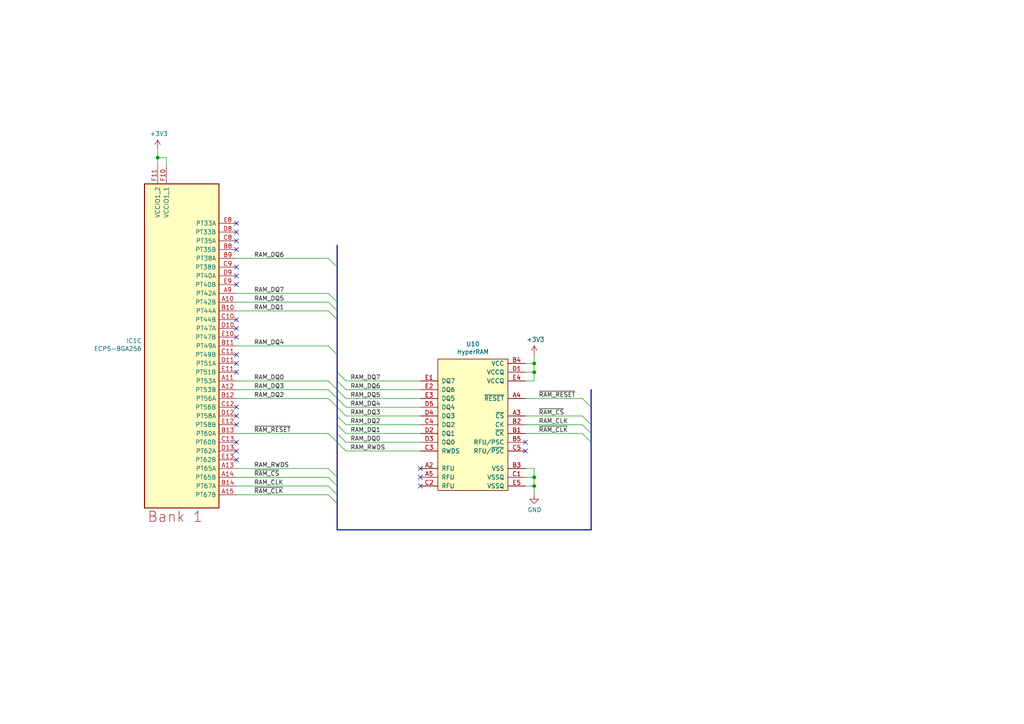
<source format=kicad_sch>
(kicad_sch (version 20211123) (generator eeschema)
  (paper "A4")
  (title_block (title "LUNA USB Multitool") (date "2023-01-11") (rev "r0.5") (company "Copyright 2019-2023 Great Scott Gadgets") (comment 1 "Licensed under the CERN-OHL-P v2"))
  (lib_symbols
    (symbol "fpgas_and_processors:ECP5-BGA256" (pin_names (offset 0.762))
      (property "Reference" "IC" (at -2.54 1.27 0))
      (property "Value" "ECP5-BGA256" (at 10.16 1.27 0))
      (symbol "ECP5-BGA256_1_0"
        (rectangle (start 5.08 0) (end 33.02 -71.12) (stroke (width 0.3048)) (fill (type background)))
      )
      (symbol "ECP5-BGA256_1_1"
        (text "FPGA Supplies" (at 19.05 -76.2 0) (effects (font (size 2.9972 2.9972))))
        (pin power_in line (at 38.1 -2.54 180) (length 5.08) (name "GND_1") (number "A1"))
        (pin power_in line (at 38.1 -5.08 180) (length 5.08) (name "GND_2") (number "A16"))
        (pin power_in line (at 38.1 -10.16 180) (length 5.08) (name "GND_4") (number "D15"))
        (pin power_in line (at 38.1 -7.62 180) (length 5.08) (name "GND_3") (number "D2"))
        (pin power_in line (at 38.1 -12.7 180) (length 5.08) (name "GND_5") (number "F8"))
        (pin power_in line (at 38.1 -15.24 180) (length 5.08) (name "GND_6") (number "F9"))
        (pin power_in line (at 38.1 -20.32 180) (length 5.08) (name "GND_8") (number "G10"))
        (pin power_in line (at 0 -66.04 0) (length 5.08) (name "VCCAUX_1") (number "G11"))
        (pin power_in line (at 0 -2.54 0) (length 5.08) (name "VCC_1") (number "G6"))
        (pin power_in line (at 0 -5.08 0) (length 5.08) (name "VCC_2") (number "G7"))
        (pin power_in line (at 38.1 -17.78 180) (length 5.08) (name "GND_7") (number "G8"))
        (pin power_in line (at 0 -7.62 0) (length 5.08) (name "VCC_3") (number "G9"))
        (pin power_in line (at 38.1 -22.86 180) (length 5.08) (name "GND_9") (number "H1"))
        (pin power_in line (at 38.1 -30.48 180) (length 5.08) (name "GND_12") (number "H10"))
        (pin power_in line (at 38.1 -33.02 180) (length 5.08) (name "GND_13") (number "H16"))
        (pin power_in line (at 38.1 -25.4 180) (length 5.08) (name "GND_10") (number "H8"))
        (pin power_in line (at 38.1 -27.94 180) (length 5.08) (name "GND_11") (number "H9"))
        (pin power_in line (at 38.1 -40.64 180) (length 5.08) (name "GND_16") (number "J10"))
        (pin power_in line (at 38.1 -35.56 180) (length 5.08) (name "GND_14") (number "J8"))
        (pin power_in line (at 38.1 -38.1 180) (length 5.08) (name "GND_15") (number "J9"))
        (pin power_in line (at 38.1 -53.34 180) (length 5.08) (name "GND_21") (number "K10"))
        (pin power_in line (at 38.1 -43.18 180) (length 5.08) (name "GND_17") (number "K6"))
        (pin power_in line (at 38.1 -45.72 180) (length 5.08) (name "GND_18") (number "K7"))
        (pin power_in line (at 38.1 -48.26 180) (length 5.08) (name "GND_19") (number "K8"))
        (pin power_in line (at 38.1 -50.8 180) (length 5.08) (name "GND_20") (number "K9"))
        (pin power_in line (at 0 -15.24 0) (length 5.08) (name "VCC_6") (number "L10"))
        (pin power_in line (at 0 -68.58 0) (length 5.08) (name "VCCAUX_2") (number "L7"))
        (pin power_in line (at 0 -10.16 0) (length 5.08) (name "VCC_4") (number "L8"))
        (pin power_in line (at 0 -12.7 0) (length 5.08) (name "VCC_5") (number "L9"))
        (pin power_in line (at 38.1 -58.42 180) (length 5.08) (name "GND_23") (number "N15"))
        (pin power_in line (at 38.1 -55.88 180) (length 5.08) (name "GND_22") (number "N2"))
        (pin power_in line (at 38.1 -60.96 180) (length 5.08) (name "GND_24") (number "T1"))
        (pin power_in line (at 38.1 -66.04 180) (length 5.08) (name "GND_26") (number "T12"))
        (pin power_in line (at 38.1 -68.58 180) (length 5.08) (name "GND_27") (number "T16"))
        (pin power_in line (at 38.1 -63.5 180) (length 5.08) (name "GND_25") (number "T5"))
      )
      (symbol "ECP5-BGA256_2_1"
        (rectangle (start 0 0) (end 19.05 -74.93) (stroke (width 0.3048)) (fill (type background)))
        (text "Bank 0" (at 10.16 -78.74 0) (effects (font (size 2.9972 2.9972))))
        (pin bidirectional line (at 24.13 -11.43 180) (length 5.08) (name "PT4A") (number "A2"))
        (pin bidirectional line (at 24.13 -16.51 180) (length 5.08) (name "PT6A") (number "A3"))
        (pin bidirectional line (at 24.13 -19.05 180) (length 5.08) (name "PT6B") (number "A4"))
        (pin bidirectional line (at 24.13 -43.18 180) (length 5.08) (name "PT18A") (number "A5"))
        (pin bidirectional line (at 24.13 -45.72 180) (length 5.08) (name "PT18B") (number "A6"))
        (pin bidirectional line (at 24.13 -68.58 180) (length 5.08) (name "PT29A") (number "A7"))
        (pin bidirectional line (at 24.13 -71.12 180) (length 5.08) (name "PT29B") (number "A8"))
        (pin bidirectional line (at 24.13 -13.97 180) (length 5.08) (name "PT4B") (number "B3"))
        (pin bidirectional line (at 24.13 -29.21 180) (length 5.08) (name "PT11B") (number "B4"))
        (pin bidirectional line (at 24.13 -39.37 180) (length 5.08) (name "PT15B") (number "B5"))
        (pin bidirectional line (at 24.13 -55.88 180) (length 5.08) (name "PT22B") (number "B6"))
        (pin bidirectional line (at 24.13 -66.04 180) (length 5.08) (name "PT27B") (number "B7"))
        (pin bidirectional line (at 24.13 -26.67 180) (length 5.08) (name "PT11A") (number "C4"))
        (pin bidirectional line (at 24.13 -36.83 180) (length 5.08) (name "PT15A") (number "C5"))
        (pin bidirectional line (at 24.13 -53.34 180) (length 5.08) (name "PT22A") (number "C6"))
        (pin bidirectional line (at 24.13 -63.5 180) (length 5.08) (name "PT27A") (number "C7"))
        (pin bidirectional line (at 24.13 -24.13 180) (length 5.08) (name "PT9B") (number "D4"))
        (pin bidirectional line (at 24.13 -34.29 180) (length 5.08) (name "PT13B") (number "D5"))
        (pin bidirectional line (at 24.13 -50.8 180) (length 5.08) (name "PT20B") (number "D6"))
        (pin bidirectional line (at 24.13 -60.96 180) (length 5.08) (name "PT24B") (number "D7"))
        (pin bidirectional line (at 24.13 -21.59 180) (length 5.08) (name "PT9A") (number "E4"))
        (pin bidirectional line (at 24.13 -31.75 180) (length 5.08) (name "PT13A") (number "E5"))
        (pin bidirectional line (at 24.13 -48.26 180) (length 5.08) (name "PT20A") (number "E6"))
        (pin bidirectional line (at 24.13 -58.42 180) (length 5.08) (name "PT24A") (number "E7"))
        (pin power_in line (at 7.62 5.08 270) (length 5.08) (name "VCCIO0_1") (number "F6"))
        (pin power_in line (at 5.08 5.08 270) (length 5.08) (name "VCCIO0_2") (number "F7"))
      )
      (symbol "ECP5-BGA256_3_0"
        (rectangle (start 0 0) (end 21.59 -93.98) (stroke (width 0.3048)) (fill (type background)))
      )
      (symbol "ECP5-BGA256_3_1"
        (text "Bank 1" (at 8.89 -96.52 0) (effects (font (size 2.9972 2.9972))))
        (pin bidirectional line (at 26.67 -34.29 180) (length 5.08) (name "PT42B") (number "A10"))
        (pin bidirectional line (at 26.67 -57.15 180) (length 5.08) (name "PT53A") (number "A11"))
        (pin bidirectional line (at 26.67 -59.69 180) (length 5.08) (name "PT53B") (number "A12"))
        (pin bidirectional line (at 26.67 -82.55 180) (length 5.08) (name "PT65A") (number "A13"))
        (pin bidirectional line (at 26.67 -85.09 180) (length 5.08) (name "PT65B") (number "A14"))
        (pin bidirectional line (at 26.67 -90.17 180) (length 5.08) (name "PT67B") (number "A15"))
        (pin bidirectional line (at 26.67 -31.75 180) (length 5.08) (name "PT42A") (number "A9"))
        (pin bidirectional line (at 26.67 -36.83 180) (length 5.08) (name "PT44A") (number "B10"))
        (pin bidirectional line (at 26.67 -46.99 180) (length 5.08) (name "PT49A") (number "B11"))
        (pin bidirectional line (at 26.67 -62.23 180) (length 5.08) (name "PT56A") (number "B12"))
        (pin bidirectional line (at 26.67 -72.39 180) (length 5.08) (name "PT60A") (number "B13"))
        (pin bidirectional line (at 26.67 -87.63 180) (length 5.08) (name "PT67A") (number "B14"))
        (pin bidirectional line (at 26.67 -19.05 180) (length 5.08) (name "PT35B") (number "B8"))
        (pin bidirectional line (at 26.67 -21.59 180) (length 5.08) (name "PT38A") (number "B9"))
        (pin bidirectional line (at 26.67 -39.37 180) (length 5.08) (name "PT44B") (number "C10"))
        (pin bidirectional line (at 26.67 -49.53 180) (length 5.08) (name "PT49B") (number "C11"))
        (pin bidirectional line (at 26.67 -64.77 180) (length 5.08) (name "PT56B") (number "C12"))
        (pin bidirectional line (at 26.67 -74.93 180) (length 5.08) (name "PT60B") (number "C13"))
        (pin bidirectional line (at 26.67 -16.51 180) (length 5.08) (name "PT35A") (number "C8"))
        (pin bidirectional line (at 26.67 -24.13 180) (length 5.08) (name "PT38B") (number "C9"))
        (pin bidirectional line (at 26.67 -41.91 180) (length 5.08) (name "PT47A") (number "D10"))
        (pin bidirectional line (at 26.67 -52.07 180) (length 5.08) (name "PT51A") (number "D11"))
        (pin bidirectional line (at 26.67 -67.31 180) (length 5.08) (name "PT58A") (number "D12"))
        (pin bidirectional line (at 26.67 -77.47 180) (length 5.08) (name "PT62A") (number "D13"))
        (pin bidirectional line (at 26.67 -13.97 180) (length 5.08) (name "PT33B") (number "D8"))
        (pin bidirectional line (at 26.67 -26.67 180) (length 5.08) (name "PT40A") (number "D9"))
        (pin bidirectional line (at 26.67 -44.45 180) (length 5.08) (name "PT47B") (number "E10"))
        (pin bidirectional line (at 26.67 -54.61 180) (length 5.08) (name "PT51B") (number "E11"))
        (pin bidirectional line (at 26.67 -69.85 180) (length 5.08) (name "PT58B") (number "E12"))
        (pin bidirectional line (at 26.67 -80.01 180) (length 5.08) (name "PT62B") (number "E13"))
        (pin bidirectional line (at 26.67 -11.43 180) (length 5.08) (name "PT33A") (number "E8"))
        (pin bidirectional line (at 26.67 -29.21 180) (length 5.08) (name "PT40B") (number "E9"))
        (pin power_in line (at 6.35 5.08 270) (length 5.08) (name "VCCIO1_1") (number "F10"))
        (pin power_in line (at 3.81 5.08 270) (length 5.08) (name "VCCIO1_2") (number "F11"))
      )
      (symbol "ECP5-BGA256_4_1"
        (rectangle (start 0 0) (end 19.05 -93.98) (stroke (width 0.3048)) (fill (type background)))
        (text "Bank 2" (at 10.16 -97.79 0) (effects (font (size 2.9972 2.9972))))
        (pin bidirectional line (at 24.13 -13.97 180) (length 5.08) (name "PR2B") (number "B15"))
        (pin bidirectional line (at 24.13 -11.43 180) (length 5.08) (name "PR2A") (number "B16"))
        (pin bidirectional line (at 24.13 -16.51 180) (length 5.08) (name "PR2C") (number "C14"))
        (pin bidirectional line (at 24.13 -24.13 180) (length 5.08) (name "PR5B") (number "C15"))
        (pin bidirectional line (at 24.13 -21.59 180) (length 5.08) (name "PR5A") (number "C16"))
        (pin bidirectional line (at 24.13 -19.05 180) (length 5.08) (name "PR2D") (number "D14"))
        (pin bidirectional line (at 24.13 -31.75 180) (length 5.08) (name "PR8A") (number "D16"))
        (pin bidirectional line (at 24.13 -26.67 180) (length 5.08) (name "PR5C") (number "E14"))
        (pin bidirectional line (at 24.13 -34.29 180) (length 5.08) (name "PR8B") (number "E15"))
        (pin bidirectional line (at 24.13 -49.53 180) (length 5.08) (name "PR11D") (number "E16"))
        (pin bidirectional line (at 24.13 -39.37 180) (length 5.08) (name "PR8D") (number "F12"))
        (pin bidirectional line (at 24.13 -36.83 180) (length 5.08) (name "PR8C") (number "F13"))
        (pin bidirectional line (at 24.13 -29.21 180) (length 5.08) (name "PR5D") (number "F14"))
        (pin bidirectional line (at 24.13 -46.99 180) (length 5.08) (name "PR11C") (number "F15"))
        (pin bidirectional line (at 24.13 -52.07 180) (length 5.08) (name "PR14A") (number "F16"))
        (pin bidirectional line (at 24.13 -41.91 180) (length 5.08) (name "PR11A") (number "G12"))
        (pin bidirectional line (at 24.13 -44.45 180) (length 5.08) (name "PR11B") (number "G13"))
        (pin bidirectional line (at 24.13 -57.15 180) (length 5.08) (name "PR14C") (number "G14"))
        (pin bidirectional line (at 24.13 -54.61 180) (length 5.08) (name "PR14B") (number "G15"))
        (pin bidirectional line (at 24.13 -72.39 180) (length 5.08) (name "PR20A") (number "G16"))
        (pin power_in line (at 3.81 5.08 270) (length 5.08) (name "VCCIO2_1") (number "H11"))
        (pin bidirectional line (at 24.13 -62.23 180) (length 5.08) (name "PR17A") (number "H12"))
        (pin bidirectional line (at 24.13 -64.77 180) (length 5.08) (name "PR17B") (number "H13"))
        (pin bidirectional line (at 24.13 -59.69 180) (length 5.08) (name "PR14D") (number "H14"))
        (pin bidirectional line (at 24.13 -74.93 180) (length 5.08) (name "PR20B") (number "H15"))
        (pin power_in line (at 6.35 5.08 270) (length 5.08) (name "VCCIO2_2") (number "J11"))
        (pin bidirectional line (at 24.13 -69.85 180) (length 5.08) (name "PR17D") (number "J12"))
        (pin bidirectional line (at 24.13 -67.31 180) (length 5.08) (name "PR17C") (number "J13"))
        (pin bidirectional line (at 24.13 -77.47 180) (length 5.08) (name "PR20C") (number "J14"))
        (pin bidirectional line (at 24.13 -85.09 180) (length 5.08) (name "PR23B") (number "J15"))
        (pin bidirectional line (at 24.13 -82.55 180) (length 5.08) (name "PR23A") (number "J16"))
        (pin bidirectional line (at 24.13 -80.01 180) (length 5.08) (name "PR20D") (number "K14"))
        (pin bidirectional line (at 24.13 -90.17 180) (length 5.08) (name "PR23D") (number "K15"))
        (pin bidirectional line (at 24.13 -87.63 180) (length 5.08) (name "PR23C") (number "K16"))
      )
      (symbol "ECP5-BGA256_5_0"
        (rectangle (start 0 0) (end 20.32 -91.44) (stroke (width 0.3048)) (fill (type background)))
      )
      (symbol "ECP5-BGA256_5_1"
        (text "Bank 3" (at 15.24 -96.52 0) (effects (font (size 2.9972 2.9972))))
        (pin power_in line (at 3.81 5.08 270) (length 5.08) (name "VCCIO3_1") (number "K11"))
        (pin bidirectional line (at 25.4 -22.86 180) (length 5.08) (name "PR29B") (number "K12"))
        (pin bidirectional line (at 25.4 -20.32 180) (length 5.08) (name "PR29A") (number "K13"))
        (pin power_in line (at 6.35 5.08 270) (length 5.08) (name "VCCIO3_2") (number "L11"))
        (pin bidirectional line (at 25.4 -27.94 180) (length 5.08) (name "PR29D") (number "L12"))
        (pin bidirectional line (at 25.4 -25.4 180) (length 5.08) (name "PR29C") (number "L13"))
        (pin bidirectional line (at 25.4 -35.56 180) (length 5.08) (name "PR32C") (number "L14"))
        (pin bidirectional line (at 25.4 -12.7 180) (length 5.08) (name "PR26B") (number "L15"))
        (pin bidirectional line (at 25.4 -10.16 180) (length 5.08) (name "PR26A") (number "L16"))
        (pin bidirectional line (at 25.4 -81.28 180) (length 5.08) (name "PR47A") (number "M11"))
        (pin bidirectional line (at 25.4 -76.2 180) (length 5.08) (name "PR44C") (number "M12"))
        (pin bidirectional line (at 25.4 -45.72 180) (length 5.08) (name "PR35C") (number "M13"))
        (pin bidirectional line (at 25.4 -38.1 180) (length 5.08) (name "PR32D") (number "M14"))
        (pin bidirectional line (at 25.4 -17.78 180) (length 5.08) (name "PR26D") (number "M15"))
        (pin bidirectional line (at 25.4 -15.24 180) (length 5.08) (name "PR26C") (number "M16"))
        (pin bidirectional line (at 25.4 -83.82 180) (length 5.08) (name "PR47B") (number "N11"))
        (pin bidirectional line (at 25.4 -78.74 180) (length 5.08) (name "PR44D") (number "N12"))
        (pin bidirectional line (at 25.4 -50.8 180) (length 5.08) (name "PR38A") (number "N13"))
        (pin bidirectional line (at 25.4 -48.26 180) (length 5.08) (name "PR35D") (number "N14"))
        (pin bidirectional line (at 25.4 -30.48 180) (length 5.08) (name "PR32A") (number "N16"))
        (pin bidirectional line (at 25.4 -86.36 180) (length 5.08) (name "PR47C") (number "P11"))
        (pin bidirectional line (at 25.4 -88.9 180) (length 5.08) (name "PR47D") (number "P12"))
        (pin bidirectional line (at 25.4 -60.96 180) (length 5.08) (name "PR41A") (number "P13"))
        (pin bidirectional line (at 25.4 -53.34 180) (length 5.08) (name "PR38B") (number "P14"))
        (pin bidirectional line (at 25.4 -33.02 180) (length 5.08) (name "PR32B") (number "P15"))
        (pin bidirectional line (at 25.4 -40.64 180) (length 5.08) (name "PR35A") (number "P16"))
        (pin bidirectional line (at 25.4 -71.12 180) (length 5.08) (name "PR44A") (number "R12"))
        (pin bidirectional line (at 25.4 -66.04 180) (length 5.08) (name "PR41C") (number "R13"))
        (pin bidirectional line (at 25.4 -63.5 180) (length 5.08) (name "PR41B") (number "R14"))
        (pin bidirectional line (at 25.4 -55.88 180) (length 5.08) (name "PR38C") (number "R15"))
        (pin bidirectional line (at 25.4 -43.18 180) (length 5.08) (name "PR35B") (number "R16"))
        (pin bidirectional line (at 25.4 -73.66 180) (length 5.08) (name "PR44B") (number "T13"))
        (pin bidirectional line (at 25.4 -68.58 180) (length 5.08) (name "PR41D") (number "T14"))
        (pin bidirectional line (at 25.4 -58.42 180) (length 5.08) (name "PR38D") (number "T15"))
      )
      (symbol "ECP5-BGA256_6_1"
        (rectangle (start 0 0) (end 19.05 -106.68) (stroke (width 0.3048)) (fill (type background)))
        (text "Bank 6" (at 11.43 -110.49 0) (effects (font (size 2.9972 2.9972))))
        (pin power_in line (at 3.81 5.08 270) (length 5.08) (name "VCCIO6_1") (number "J6"))
        (pin power_in line (at 6.35 5.08 270) (length 5.08) (name "VCCIO6_2") (number "J7"))
        (pin bidirectional line (at 24.13 -25.4 180) (length 5.08) (name "PL29A") (number "K4"))
        (pin bidirectional line (at 24.13 -27.94 180) (length 5.08) (name "PL29B") (number "K5"))
        (pin bidirectional line (at 24.13 -13.97 180) (length 5.08) (name "PL26A") (number "L1"))
        (pin bidirectional line (at 24.13 -16.51 180) (length 5.08) (name "PL26B") (number "L2"))
        (pin bidirectional line (at 24.13 -41.91 180) (length 5.08) (name "PL32C") (number "L3"))
        (pin bidirectional line (at 24.13 -30.48 180) (length 5.08) (name "PL29C") (number "L4"))
        (pin bidirectional line (at 24.13 -33.02 180) (length 5.08) (name "PL29D") (number "L5"))
        (pin bidirectional line (at 24.13 -19.05 180) (length 5.08) (name "PL26C") (number "M1"))
        (pin bidirectional line (at 24.13 -21.59 180) (length 5.08) (name "PL26D") (number "M2"))
        (pin bidirectional line (at 24.13 -44.45 180) (length 5.08) (name "PL32D") (number "M3"))
        (pin bidirectional line (at 24.13 -53.34 180) (length 5.08) (name "PL35C") (number "M4"))
        (pin bidirectional line (at 24.13 -78.74 180) (length 5.08) (name "PL44C") (number "M5"))
        (pin bidirectional line (at 24.13 -96.52 180) (length 5.08) (name "PL47A") (number "M6"))
        (pin bidirectional line (at 24.13 -36.83 180) (length 5.08) (name "PL32A") (number "N1"))
        (pin bidirectional line (at 24.13 -55.88 180) (length 5.08) (name "PL35D") (number "N3"))
        (pin bidirectional line (at 24.13 -60.96 180) (length 5.08) (name "PL38A") (number "N4"))
        (pin bidirectional line (at 24.13 -81.28 180) (length 5.08) (name "PL44D") (number "N5"))
        (pin bidirectional line (at 24.13 -99.06 180) (length 5.08) (name "PL47B") (number "N6"))
        (pin bidirectional line (at 24.13 -48.26 180) (length 5.08) (name "PL35A") (number "P1"))
        (pin bidirectional line (at 24.13 -39.37 180) (length 5.08) (name "PL32B") (number "P2"))
        (pin bidirectional line (at 24.13 -63.5 180) (length 5.08) (name "PL38B") (number "P3"))
        (pin bidirectional line (at 24.13 -85.09 180) (length 5.08) (name "PL41A") (number "P4"))
        (pin bidirectional line (at 24.13 -101.6 180) (length 5.08) (name "PL47D") (number "P5"))
        (pin bidirectional line (at 24.13 -104.14 180) (length 5.08) (name "PL47C") (number "P6"))
        (pin bidirectional line (at 24.13 -50.8 180) (length 5.08) (name "PL35B") (number "R1"))
        (pin bidirectional line (at 24.13 -66.04 180) (length 5.08) (name "PL38C") (number "R2"))
        (pin bidirectional line (at 24.13 -87.63 180) (length 5.08) (name "PL41B") (number "R3"))
        (pin bidirectional line (at 24.13 -90.17 180) (length 5.08) (name "PL41C") (number "R4"))
        (pin bidirectional line (at 24.13 -73.66 180) (length 5.08) (name "PL44A") (number "R5"))
        (pin bidirectional line (at 24.13 -68.58 180) (length 5.08) (name "PL38D") (number "T2"))
        (pin bidirectional line (at 24.13 -92.71 180) (length 5.08) (name "PL41D") (number "T3"))
        (pin bidirectional line (at 24.13 -76.2 180) (length 5.08) (name "PL44B") (number "T4"))
      )
      (symbol "ECP5-BGA256_7_1"
        (rectangle (start 0 0) (end 20.32 -109.22) (stroke (width 0.3048)) (fill (type background)))
        (text "Bank 7" (at 12.7 -113.03 0) (effects (font (size 2.9972 2.9972))))
        (pin bidirectional line (at 25.4 -10.16 180) (length 5.08) (name "PL2A") (number "B1"))
        (pin bidirectional line (at 25.4 -12.7 180) (length 5.08) (name "PL2B") (number "B2"))
        (pin bidirectional line (at 25.4 -22.86 180) (length 5.08) (name "PL5A") (number "C1"))
        (pin bidirectional line (at 25.4 -25.4 180) (length 5.08) (name "PL5B") (number "C2"))
        (pin bidirectional line (at 25.4 -15.24 180) (length 5.08) (name "PL2C") (number "C3"))
        (pin bidirectional line (at 25.4 -35.56 180) (length 5.08) (name "PL8A") (number "D1"))
        (pin bidirectional line (at 25.4 -17.78 180) (length 5.08) (name "PL2D") (number "D3"))
        (pin bidirectional line (at 25.4 -54.61 180) (length 5.08) (name "PL11D") (number "E1"))
        (pin bidirectional line (at 25.4 -38.1 180) (length 5.08) (name "PL8B") (number "E2"))
        (pin bidirectional line (at 25.4 -27.94 180) (length 5.08) (name "PL5C") (number "E3"))
        (pin bidirectional line (at 25.4 -59.69 180) (length 5.08) (name "PL14A") (number "F1"))
        (pin bidirectional line (at 25.4 -52.07 180) (length 5.08) (name "PL11C") (number "F2"))
        (pin bidirectional line (at 25.4 -30.48 180) (length 5.08) (name "PL5D") (number "F3"))
        (pin bidirectional line (at 25.4 -40.64 180) (length 5.08) (name "PL8C") (number "F4"))
        (pin bidirectional line (at 25.4 -43.18 180) (length 5.08) (name "PL8D") (number "F5"))
        (pin bidirectional line (at 25.4 -82.55 180) (length 5.08) (name "PL20A") (number "G1"))
        (pin bidirectional line (at 25.4 -62.23 180) (length 5.08) (name "PL14B") (number "G2"))
        (pin bidirectional line (at 25.4 -64.77 180) (length 5.08) (name "PL14C") (number "G3"))
        (pin bidirectional line (at 25.4 -49.53 180) (length 5.08) (name "PL11B") (number "G4"))
        (pin bidirectional line (at 25.4 -46.99 180) (length 5.08) (name "PL11A") (number "G5"))
        (pin bidirectional line (at 25.4 -85.09 180) (length 5.08) (name "PL20B") (number "H2"))
        (pin bidirectional line (at 25.4 -67.31 180) (length 5.08) (name "PL14D") (number "H3"))
        (pin bidirectional line (at 25.4 -73.66 180) (length 5.08) (name "PL17B") (number "H4"))
        (pin bidirectional line (at 25.4 -71.12 180) (length 5.08) (name "PL17A") (number "H5"))
        (pin power_in line (at 7.62 5.08 270) (length 5.08) (name "VCCIO7_1") (number "H6"))
        (pin power_in line (at 5.08 5.08 270) (length 5.08) (name "VCCIO7_2") (number "H7"))
        (pin bidirectional line (at 25.4 -95.25 180) (length 5.08) (name "PL23A") (number "J1"))
        (pin bidirectional line (at 25.4 -97.79 180) (length 5.08) (name "PL23B") (number "J2"))
        (pin bidirectional line (at 25.4 -87.63 180) (length 5.08) (name "PL20C") (number "J3"))
        (pin bidirectional line (at 25.4 -76.2 180) (length 5.08) (name "PL17C") (number "J4"))
        (pin bidirectional line (at 25.4 -78.74 180) (length 5.08) (name "PL17D") (number "J5"))
        (pin bidirectional line (at 25.4 -100.33 180) (length 5.08) (name "PL23C") (number "K1"))
        (pin bidirectional line (at 25.4 -102.87 180) (length 5.08) (name "PL23D") (number "K2"))
        (pin bidirectional line (at 25.4 -90.17 180) (length 5.08) (name "PL20D") (number "K3"))
      )
      (symbol "ECP5-BGA256_8_0"
        (text "(Config)" (at 13.97 -97.79 0) (effects (font (size 2.9972 2.9972))))
        (text "Bank 8" (at 13.97 -92.71 0) (effects (font (size 2.9972 2.9972))))
      )
      (symbol "ECP5-BGA256_8_1"
        (rectangle (start 0 0) (end 21.59 -88.9) (stroke (width 0.3048)) (fill (type background)))
        (pin power_in line (at 5.08 5.08 270) (length 5.08) (name "VCCIO8") (number "L6"))
        (pin output line (at 26.67 -57.15 180) (length 5.08) (name "TDO") (number "M10"))
        (pin bidirectional line (at 26.67 -24.13 180) (length 5.08) (name "D2/PB9B") (number "M7"))
        (pin bidirectional line (at 26.67 -39.37 180) (length 5.08) (name "DOUT/CSON/PB15B") (number "M8"))
        (pin bidirectional line (at 26.67 -41.91 180) (length 5.08) (name "WRITEEN/PB18A") (number "M9"))
        (pin input line (at 26.67 -68.58 180) (length 5.08) (name "CFG_0") (number "N10"))
        (pin bidirectional line (at 26.67 -21.59 180) (length 5.08) (name "D3/PB9A") (number "N7"))
        (pin bidirectional line (at 26.67 -36.83 180) (length 5.08) (name "HOLDN/DI/PB15A") (number "N8"))
        (pin bidirectional line (at 26.67 -63.5 180) (length 5.08) (name "MCLK/SCLK/CCLK") (number "N9"))
        (pin input line (at 26.67 -71.12 180) (length 5.08) (name "CFG_1") (number "P10"))
        (pin bidirectional line (at 26.67 -19.05 180) (length 5.08) (name "D4/COPI2/PB6B") (number "P7"))
        (pin bidirectional line (at 26.67 -34.29 180) (length 5.08) (name "CS1N/PB13B") (number "P8"))
        (pin bidirectional line (at 26.67 -80.01 180) (length 5.08) (name "DONE") (number "P9"))
        (pin input line (at 26.67 -73.66 180) (length 5.08) (name "CFG_2") (number "R10"))
        (pin input line (at 26.67 -54.61 180) (length 5.08) (name "TDI") (number "R11"))
        (pin bidirectional line (at 26.67 -13.97 180) (length 5.08) (name "D6/PB4B") (number "R6"))
        (pin bidirectional line (at 26.67 -16.51 180) (length 5.08) (name "D5/CIPO2/PB6A") (number "R7"))
        (pin bidirectional line (at 26.67 -31.75 180) (length 5.08) (name "SN/CSN/PB13A") (number "R8"))
        (pin bidirectional line (at 26.67 -85.09 180) (length 5.08) (name "PROGRAMN") (number "R9"))
        (pin input line (at 26.67 -52.07 180) (length 5.08) (name "TCK") (number "T10"))
        (pin input line (at 26.67 -49.53 180) (length 5.08) (name "TMS") (number "T11"))
        (pin bidirectional line (at 26.67 -11.43 180) (length 5.08) (name "D7/PB4A") (number "T6"))
        (pin bidirectional line (at 26.67 -26.67 180) (length 5.08) (name "D1/COPI/PB11A") (number "T7"))
        (pin bidirectional line (at 26.67 -29.21 180) (length 5.08) (name "D0/COPI/PB11B") (number "T8"))
        (pin bidirectional line (at 26.67 -82.55 180) (length 5.08) (name "INITN") (number "T9"))
      )
    )
    (symbol "power:+3V3" (power) (pin_names (offset 0))
      (property "Value" "+3V3" (at 0 3.556 0))
      (symbol "+3V3_0_1"
        (polyline (pts (xy -0.762 1.27) (xy 0 2.54)))
        (polyline (pts (xy 0 0) (xy 0 2.54)))
        (polyline (pts (xy 0 2.54) (xy 0.762 1.27)))
      )
      (symbol "+3V3_1_1"
        (pin power_in line (at 0 0 90) (length 0) hide (name "+3V3") (number "1"))
      )
    )
    (symbol "power:GND" (power) (pin_names (offset 0))
      (property "Value" "GND" (at 0 -3.81 0))
      (symbol "GND_0_1"
        (polyline (pts (xy 0 0) (xy 0 -1.27) (xy 1.27 -1.27) (xy 0 -2.54) (xy -1.27 -1.27) (xy 0 -1.27)))
      )
      (symbol "GND_1_1"
        (pin power_in line (at 0 0 270) (length 0) hide (name "GND") (number "1"))
      )
    )
    (symbol "support_hardware:S27KS0641" (pin_names (offset 1.016))
      (property "Reference" "U" (at 0 20.32 0))
      (property "Value" "S27KS0641" (at 0 -20.32 0))
      (symbol "S27KS0641_0_1"
        (rectangle (start -10.16 19.05) (end 10.16 -19.05) (stroke (width 0.2032)) (fill (type background)))
      )
      (symbol "S27KS0641_1_1"
        (pin passive line (at 15.24 -12.7 180) (length 5.08) (name "RFU") (number "A2"))
        (pin input line (at -15.24 2.54 0) (length 5.08) (name "~{CS}") (number "A3"))
        (pin input line (at -15.24 7.62 0) (length 5.08) (name "~{RESET}") (number "A4"))
        (pin passive line (at 15.24 -15.24 180) (length 5.08) (name "RFU") (number "A5"))
        (pin input line (at -15.24 -2.54 0) (length 5.08) (name "~{CK}") (number "B1"))
        (pin input line (at -15.24 0 0) (length 5.08) (name "CK") (number "B2"))
        (pin power_in line (at -15.24 -12.7 0) (length 5.08) (name "VSS") (number "B3"))
        (pin power_in line (at -15.24 17.78 0) (length 5.08) (name "VCC") (number "B4"))
        (pin input line (at -15.24 -5.08 0) (length 5.08) (name "RFU/PSC") (number "B5"))
        (pin power_in line (at -15.24 -15.24 0) (length 5.08) (name "VSSQ") (number "C1"))
        (pin passive line (at 15.24 -17.78 180) (length 5.08) (name "RFU") (number "C2"))
        (pin bidirectional line (at 15.24 -7.62 180) (length 5.08) (name "RWDS") (number "C3"))
        (pin bidirectional line (at 15.24 0 180) (length 5.08) (name "DQ2") (number "C4"))
        (pin input line (at -15.24 -7.62 0) (length 5.08) (name "RFU/~{PSC}") (number "C5"))
        (pin power_in line (at -15.24 15.24 0) (length 5.08) (name "VCCQ") (number "D1"))
        (pin bidirectional line (at 15.24 -2.54 180) (length 5.08) (name "DQ1") (number "D2"))
        (pin bidirectional line (at 15.24 -5.08 180) (length 5.08) (name "DQ0") (number "D3"))
        (pin bidirectional line (at 15.24 2.54 180) (length 5.08) (name "DQ3") (number "D4"))
        (pin bidirectional line (at 15.24 5.08 180) (length 5.08) (name "DQ4") (number "D5"))
        (pin bidirectional line (at 15.24 12.7 180) (length 5.08) (name "DQ7") (number "E1"))
        (pin bidirectional line (at 15.24 10.16 180) (length 5.08) (name "DQ6") (number "E2"))
        (pin bidirectional line (at 15.24 7.62 180) (length 5.08) (name "DQ5") (number "E3"))
        (pin power_in line (at -15.24 12.7 0) (length 5.08) (name "VCCQ") (number "E4"))
        (pin power_in line (at -15.24 -17.78 0) (length 5.08) (name "VSSQ") (number "E5"))
      )
    )
  )
  (junction (at 154.94 138.43))
  (junction (at 154.94 140.97))
  (junction (at 45.72 45.72))
  (junction (at 154.94 105.41))
  (junction (at 154.94 107.95))
  (no_connect (at 68.58 123.19))
  (no_connect (at 68.58 77.47))
  (no_connect (at 68.58 130.81))
  (no_connect (at 152.4 128.27))
  (no_connect (at 68.58 72.39))
  (no_connect (at 152.4 130.81))
  (no_connect (at 68.58 133.35))
  (no_connect (at 68.58 97.79))
  (no_connect (at 68.58 80.01))
  (no_connect (at 68.58 69.85))
  (no_connect (at 68.58 102.87))
  (no_connect (at 68.58 82.55))
  (no_connect (at 68.58 64.77))
  (no_connect (at 68.58 95.25))
  (no_connect (at 68.58 107.95))
  (no_connect (at 121.92 140.97))
  (no_connect (at 68.58 105.41))
  (no_connect (at 68.58 128.27))
  (no_connect (at 68.58 118.11))
  (no_connect (at 68.58 67.31))
  (no_connect (at 68.58 92.71))
  (no_connect (at 121.92 135.89))
  (no_connect (at 68.58 120.65))
  (no_connect (at 121.92 138.43))
  (bus_entry (at 95.25 140.97) (size 2.54 2.54))
  (bus_entry (at 97.79 118.11) (size 2.54 2.54))
  (bus_entry (at 97.79 107.95) (size 2.54 2.54))
  (bus_entry (at 95.25 74.93) (size 2.54 2.54))
  (bus_entry (at 168.91 115.57) (size 2.54 2.54))
  (bus_entry (at 97.79 110.49) (size 2.54 2.54))
  (bus_entry (at 95.25 113.03) (size 2.54 2.54))
  (bus_entry (at 97.79 123.19) (size 2.54 2.54))
  (bus_entry (at 95.25 90.17) (size 2.54 2.54))
  (bus_entry (at 95.25 138.43) (size 2.54 2.54))
  (bus_entry (at 97.79 125.73) (size 2.54 2.54))
  (bus_entry (at 97.79 120.65) (size 2.54 2.54))
  (bus_entry (at 95.25 135.89) (size 2.54 2.54))
  (bus_entry (at 97.79 128.27) (size 2.54 2.54))
  (bus_entry (at 168.91 120.65) (size 2.54 2.54))
  (bus_entry (at 95.25 143.51) (size 2.54 2.54))
  (bus_entry (at 95.25 87.63) (size 2.54 2.54))
  (bus_entry (at 95.25 110.49) (size 2.54 2.54))
  (bus_entry (at 97.79 115.57) (size 2.54 2.54))
  (bus_entry (at 95.25 125.73) (size 2.54 2.54))
  (bus_entry (at 95.25 115.57) (size 2.54 2.54))
  (bus_entry (at 168.91 123.19) (size 2.54 2.54))
  (bus_entry (at 95.25 85.09) (size 2.54 2.54))
  (bus_entry (at 95.25 100.33) (size 2.54 2.54))
  (bus_entry (at 97.79 113.03) (size 2.54 2.54))
  (bus_entry (at 168.91 125.73) (size 2.54 2.54))
  (wire (pts (xy 68.58 135.89) (xy 95.25 135.89)))
  (bus (pts (xy 97.79 120.65) (xy 97.79 123.19)))
  (wire (pts (xy 68.58 85.09) (xy 95.25 85.09)))
  (bus (pts (xy 97.79 128.27) (xy 97.79 138.43)))
  (bus (pts (xy 171.45 128.27) (xy 171.45 153.67)))
  (wire (pts (xy 68.58 143.51) (xy 95.25 143.51)))
  (wire (pts (xy 152.4 115.57) (xy 168.91 115.57)))
  (wire (pts (xy 68.58 115.57) (xy 95.25 115.57)))
  (bus (pts (xy 171.45 113.03) (xy 171.45 118.11)))
  (wire (pts (xy 68.58 140.97) (xy 95.25 140.97)))
  (bus (pts (xy 97.79 153.67) (xy 171.45 153.67)))
  (wire (pts (xy 154.94 107.95) (xy 154.94 110.49)))
  (wire (pts (xy 68.58 100.33) (xy 95.25 100.33)))
  (wire (pts (xy 154.94 105.41) (xy 154.94 107.95)))
  (wire (pts (xy 154.94 138.43) (xy 154.94 140.97)))
  (wire (pts (xy 152.4 120.65) (xy 168.91 120.65)))
  (wire (pts (xy 121.92 118.11) (xy 100.33 118.11)))
  (wire (pts (xy 68.58 90.17) (xy 95.25 90.17)))
  (bus (pts (xy 97.79 125.73) (xy 97.79 128.27)))
  (bus (pts (xy 171.45 123.19) (xy 171.45 125.73)))
  (wire (pts (xy 152.4 105.41) (xy 154.94 105.41)))
  (bus (pts (xy 97.79 107.95) (xy 97.79 110.49)))
  (wire (pts (xy 121.92 123.19) (xy 100.33 123.19)))
  (bus (pts (xy 97.79 123.19) (xy 97.79 125.73)))
  (bus (pts (xy 97.79 146.05) (xy 97.79 153.67)))
  (wire (pts (xy 154.94 105.41) (xy 154.94 102.87)))
  (wire (pts (xy 152.4 135.89) (xy 154.94 135.89)))
  (bus (pts (xy 97.79 92.71) (xy 97.79 102.87)))
  (wire (pts (xy 68.58 125.73) (xy 95.25 125.73)))
  (bus (pts (xy 97.79 140.97) (xy 97.79 143.51)))
  (wire (pts (xy 152.4 123.19) (xy 168.91 123.19)))
  (wire (pts (xy 152.4 107.95) (xy 154.94 107.95)))
  (bus (pts (xy 97.79 110.49) (xy 97.79 113.03)))
  (wire (pts (xy 68.58 110.49) (xy 95.25 110.49)))
  (wire (pts (xy 154.94 140.97) (xy 154.94 143.51)))
  (bus (pts (xy 97.79 87.63) (xy 97.79 90.17)))
  (wire (pts (xy 121.92 130.81) (xy 100.33 130.81)))
  (bus (pts (xy 97.79 118.11) (xy 97.79 120.65)))
  (wire (pts (xy 100.33 113.03) (xy 121.92 113.03)))
  (wire (pts (xy 121.92 128.27) (xy 100.33 128.27)))
  (bus (pts (xy 97.79 113.03) (xy 97.79 115.57)))
  (wire (pts (xy 121.92 115.57) (xy 100.33 115.57)))
  (wire (pts (xy 45.72 45.72) (xy 45.72 43.18)))
  (wire (pts (xy 154.94 140.97) (xy 152.4 140.97)))
  (wire (pts (xy 68.58 87.63) (xy 95.25 87.63)))
  (bus (pts (xy 97.79 143.51) (xy 97.79 146.05)))
  (bus (pts (xy 97.79 71.12) (xy 97.79 77.47)))
  (wire (pts (xy 68.58 138.43) (xy 95.25 138.43)))
  (wire (pts (xy 68.58 113.03) (xy 95.25 113.03)))
  (wire (pts (xy 121.92 110.49) (xy 100.33 110.49)))
  (wire (pts (xy 68.58 74.93) (xy 95.25 74.93)))
  (wire (pts (xy 152.4 138.43) (xy 154.94 138.43)))
  (wire (pts (xy 48.26 45.72) (xy 48.26 48.26)))
  (wire (pts (xy 45.72 48.26) (xy 45.72 45.72)))
  (bus (pts (xy 97.79 138.43) (xy 97.79 140.97)))
  (wire (pts (xy 121.92 120.65) (xy 100.33 120.65)))
  (bus (pts (xy 97.79 90.17) (xy 97.79 92.71)))
  (bus (pts (xy 97.79 102.87) (xy 97.79 107.95)))
  (wire (pts (xy 152.4 125.73) (xy 168.91 125.73)))
  (wire (pts (xy 154.94 135.89) (xy 154.94 138.43)))
  (wire (pts (xy 154.94 110.49) (xy 152.4 110.49)))
  (bus (pts (xy 171.45 118.11) (xy 171.45 123.19)))
  (wire (pts (xy 121.92 125.73) (xy 100.33 125.73)))
  (bus (pts (xy 171.45 125.73) (xy 171.45 128.27)))
  (wire (pts (xy 45.72 45.72) (xy 48.26 45.72)))
  (bus (pts (xy 97.79 115.57) (xy 97.79 118.11)))
  (bus (pts (xy 97.79 77.47) (xy 97.79 87.63)))
  (label "RAM_DQ6" (at 73.66 74.93 0))
  (label "RAM_DQ3" (at 101.6 120.65 0))
  (label "RAM_DQ4" (at 101.6 118.11 0))
  (label "RAM_DQ2" (at 73.66 115.57 0))
  (label "RAM_DQ7" (at 73.66 85.09 0))
  (label "~{RAM_RESET}" (at 73.66 125.73 0))
  (label "RAM_DQ0" (at 73.66 110.49 0))
  (label "RAM_DQ5" (at 101.6 115.57 0))
  (label "RAM_DQ0" (at 101.6 128.27 0))
  (label "RAM_DQ6" (at 101.6 113.03 0))
  (label "~{RAM_CS}" (at 156.21 120.65 0))
  (label "~{RAM_RESET}" (at 156.21 115.57 0))
  (label "~{RAM_CS}" (at 73.66 138.43 0))
  (label "RAM_DQ3" (at 73.66 113.03 0))
  (label "RAM_RWDS" (at 101.6 130.81 0))
  (label "RAM_CLK" (at 156.21 123.19 0))
  (label "RAM_DQ1" (at 73.66 90.17 0))
  (label "RAM_CLK" (at 73.66 140.97 0))
  (label "~{RAM_CLK}" (at 156.21 125.73 0))
  (label "RAM_DQ7" (at 101.6 110.49 0))
  (label "RAM_DQ2" (at 101.6 123.19 0))
  (label "RAM_DQ5" (at 73.66 87.63 0))
  (label "RAM_RWDS" (at 73.66 135.89 0))
  (label "RAM_DQ1" (at 101.6 125.73 0))
  (label "~{RAM_CLK}" (at 73.66 143.51 0))
  (label "RAM_DQ4" (at 73.66 100.33 0))
  (symbol (lib_id "fpgas_and_processors:ECP5-BGA256") (at 41.91 53.34 0) (unit 3)
    (property "Reference" "IC1" (at 41.148 98.8568 0) (effects (justify right)))
    (property "Value" "ECP5-BGA256" (at 41.148 101.1428 0) (effects (justify right)))
    (property "Footprint" "luna:lattice_cabga256" (effects hide))
    (property "Description" "FPGA - Field Programmable Gate Array ECP5; 12k LUTs; 1.1V" (effects hide))
    (property "Manufacturer" "Lattice" (effects hide))
    (property "Part Number" "LFE5U-12F-6BG256C" (effects hide))
    (property "Substitution" "LFE5U-12F-*BG256*" (effects hide))
  )
  (symbol (lib_id "support_hardware:S27KS0641") (at 137.16 123.19 0) (mirror y) (unit 1)
    (property "Reference" "U10" (at 137.16 99.7712 0))
    (property "Value" "HyperRAM" (at 137.16 102.0572 0))
    (property "Footprint" "luna:BGA-24_5x5_6.0x8.0mm" (effects hide))
    (property "Description" "DRAM 64Mb HyperRAM x8, 166MHz, Ind temp, 3.0V" (effects hide))
    (property "Manufacturer" "Winbond" (effects hide))
    (property "Part Number" "W956A8MBYA6I" (effects hide))
    (property "Substitution" "W956A8MBYA5I" (effects hide))
  )
  (symbol (lib_id "power:GND") (at 154.94 143.51 0) (unit 1)
    (property "Reference" "#PWR085" (effects hide))
    (property "Value" "GND" (at 155.0416 147.8788 0))
  )
  (symbol (lib_id "power:+3V3") (at 45.72 43.18 0) (unit 1)
    (property "Reference" "#PWR0118" (effects hide))
    (property "Value" "+3V3" (at 46.0756 38.7858 0))
  )
  (symbol (lib_id "power:+3V3") (at 154.94 102.87 0) (unit 1)
    (property "Reference" "#PWR0119" (effects hide))
    (property "Value" "+3V3" (at 155.2956 98.4758 0))
  )
)
</source>
